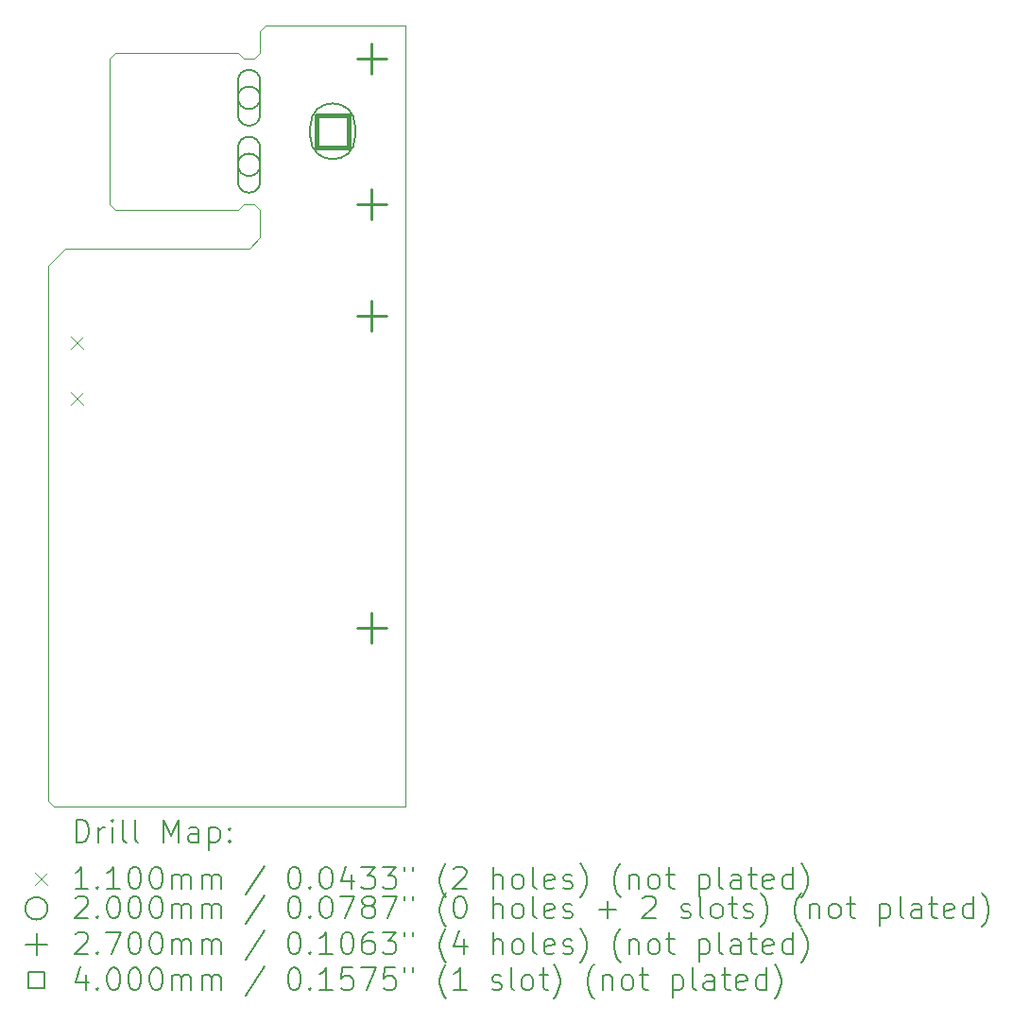
<source format=gbr>
%TF.GenerationSoftware,KiCad,Pcbnew,(6.0.10-0)*%
%TF.CreationDate,2024-06-01T19:56:06+09:00*%
%TF.ProjectId,AutoFeeder_Drum-type,4175746f-4665-4656-9465-725f4472756d,01*%
%TF.SameCoordinates,Original*%
%TF.FileFunction,Drillmap*%
%TF.FilePolarity,Positive*%
%FSLAX45Y45*%
G04 Gerber Fmt 4.5, Leading zero omitted, Abs format (unit mm)*
G04 Created by KiCad (PCBNEW (6.0.10-0)) date 2024-06-01 19:56:06*
%MOMM*%
%LPD*%
G01*
G04 APERTURE LIST*
%ADD10C,0.100000*%
%ADD11C,0.200000*%
%ADD12C,0.110000*%
%ADD13C,0.270000*%
%ADD14C,0.400000*%
G04 APERTURE END LIST*
D10*
X11250000Y-13950000D02*
X11250000Y-9150000D01*
X13100000Y-7300000D02*
X13000000Y-7300000D01*
X11250000Y-13950000D02*
X11300000Y-14000000D01*
X14450000Y-7000000D02*
X14450000Y-14000000D01*
X11850000Y-7250000D02*
X11800000Y-7300000D01*
X11250000Y-9150000D02*
X11400000Y-9000000D01*
X12950000Y-8650000D02*
X13000000Y-8600000D01*
X13150000Y-8900000D02*
X13050000Y-9000000D01*
X13150000Y-7250000D02*
X13100000Y-7300000D01*
X13150000Y-7250000D02*
X13150000Y-7050000D01*
X11850000Y-8650000D02*
X12950000Y-8650000D01*
X11800000Y-7300000D02*
X11800000Y-8600000D01*
X13000000Y-8600000D02*
X13100000Y-8600000D01*
X11400000Y-9000000D02*
X13050000Y-9000000D01*
X12950000Y-7250000D02*
X11850000Y-7250000D01*
X13150000Y-7050000D02*
X13200000Y-7000000D01*
X14450000Y-14000000D02*
X11300000Y-14000000D01*
X11800000Y-8600000D02*
X11850000Y-8650000D01*
X13200000Y-7000000D02*
X14450000Y-7000000D01*
X13100000Y-8600000D02*
X13150000Y-8650000D01*
X13150000Y-8650000D02*
X13150000Y-8900000D01*
X13000000Y-7300000D02*
X12950000Y-7250000D01*
D11*
D12*
X11456900Y-9791500D02*
X11566900Y-9901500D01*
X11566900Y-9791500D02*
X11456900Y-9901500D01*
X11456900Y-10291500D02*
X11566900Y-10401500D01*
X11566900Y-10291500D02*
X11456900Y-10401500D01*
D11*
X13150000Y-7650000D02*
G75*
G03*
X13150000Y-7650000I-100000J0D01*
G01*
X13150000Y-7800000D02*
X13150000Y-7500000D01*
X12950000Y-7800000D02*
X12950000Y-7500000D01*
X13150000Y-7500000D02*
G75*
G03*
X12950000Y-7500000I-100000J0D01*
G01*
X12950000Y-7800000D02*
G75*
G03*
X13150000Y-7800000I100000J0D01*
G01*
X13150000Y-8250000D02*
G75*
G03*
X13150000Y-8250000I-100000J0D01*
G01*
X13150000Y-8400000D02*
X13150000Y-8100000D01*
X12950000Y-8400000D02*
X12950000Y-8100000D01*
X13150000Y-8100000D02*
G75*
G03*
X12950000Y-8100000I-100000J0D01*
G01*
X12950000Y-8400000D02*
G75*
G03*
X13150000Y-8400000I100000J0D01*
G01*
D13*
X14150000Y-7165000D02*
X14150000Y-7435000D01*
X14015000Y-7300000D02*
X14285000Y-7300000D01*
X14150000Y-8465000D02*
X14150000Y-8735000D01*
X14015000Y-8600000D02*
X14285000Y-8600000D01*
X14150000Y-9465000D02*
X14150000Y-9735000D01*
X14015000Y-9600000D02*
X14285000Y-9600000D01*
X14150000Y-12265000D02*
X14150000Y-12535000D01*
X14015000Y-12400000D02*
X14285000Y-12400000D01*
D14*
X13941423Y-8091423D02*
X13941423Y-7808577D01*
X13658577Y-7808577D01*
X13658577Y-8091423D01*
X13941423Y-8091423D01*
D11*
X14000000Y-8000000D02*
X14000000Y-7900000D01*
X13600000Y-8000000D02*
X13600000Y-7900000D01*
X14000000Y-7900000D02*
G75*
G03*
X13600000Y-7900000I-200000J0D01*
G01*
X13600000Y-8000000D02*
G75*
G03*
X14000000Y-8000000I200000J0D01*
G01*
X11502619Y-14315476D02*
X11502619Y-14115476D01*
X11550238Y-14115476D01*
X11578809Y-14125000D01*
X11597857Y-14144048D01*
X11607381Y-14163095D01*
X11616905Y-14201190D01*
X11616905Y-14229762D01*
X11607381Y-14267857D01*
X11597857Y-14286905D01*
X11578809Y-14305952D01*
X11550238Y-14315476D01*
X11502619Y-14315476D01*
X11702619Y-14315476D02*
X11702619Y-14182143D01*
X11702619Y-14220238D02*
X11712143Y-14201190D01*
X11721667Y-14191667D01*
X11740714Y-14182143D01*
X11759762Y-14182143D01*
X11826428Y-14315476D02*
X11826428Y-14182143D01*
X11826428Y-14115476D02*
X11816905Y-14125000D01*
X11826428Y-14134524D01*
X11835952Y-14125000D01*
X11826428Y-14115476D01*
X11826428Y-14134524D01*
X11950238Y-14315476D02*
X11931190Y-14305952D01*
X11921667Y-14286905D01*
X11921667Y-14115476D01*
X12055000Y-14315476D02*
X12035952Y-14305952D01*
X12026428Y-14286905D01*
X12026428Y-14115476D01*
X12283571Y-14315476D02*
X12283571Y-14115476D01*
X12350238Y-14258333D01*
X12416905Y-14115476D01*
X12416905Y-14315476D01*
X12597857Y-14315476D02*
X12597857Y-14210714D01*
X12588333Y-14191667D01*
X12569286Y-14182143D01*
X12531190Y-14182143D01*
X12512143Y-14191667D01*
X12597857Y-14305952D02*
X12578809Y-14315476D01*
X12531190Y-14315476D01*
X12512143Y-14305952D01*
X12502619Y-14286905D01*
X12502619Y-14267857D01*
X12512143Y-14248809D01*
X12531190Y-14239286D01*
X12578809Y-14239286D01*
X12597857Y-14229762D01*
X12693095Y-14182143D02*
X12693095Y-14382143D01*
X12693095Y-14191667D02*
X12712143Y-14182143D01*
X12750238Y-14182143D01*
X12769286Y-14191667D01*
X12778809Y-14201190D01*
X12788333Y-14220238D01*
X12788333Y-14277381D01*
X12778809Y-14296428D01*
X12769286Y-14305952D01*
X12750238Y-14315476D01*
X12712143Y-14315476D01*
X12693095Y-14305952D01*
X12874048Y-14296428D02*
X12883571Y-14305952D01*
X12874048Y-14315476D01*
X12864524Y-14305952D01*
X12874048Y-14296428D01*
X12874048Y-14315476D01*
X12874048Y-14191667D02*
X12883571Y-14201190D01*
X12874048Y-14210714D01*
X12864524Y-14201190D01*
X12874048Y-14191667D01*
X12874048Y-14210714D01*
D12*
X11135000Y-14590000D02*
X11245000Y-14700000D01*
X11245000Y-14590000D02*
X11135000Y-14700000D01*
D11*
X11607381Y-14735476D02*
X11493095Y-14735476D01*
X11550238Y-14735476D02*
X11550238Y-14535476D01*
X11531190Y-14564048D01*
X11512143Y-14583095D01*
X11493095Y-14592619D01*
X11693095Y-14716428D02*
X11702619Y-14725952D01*
X11693095Y-14735476D01*
X11683571Y-14725952D01*
X11693095Y-14716428D01*
X11693095Y-14735476D01*
X11893095Y-14735476D02*
X11778809Y-14735476D01*
X11835952Y-14735476D02*
X11835952Y-14535476D01*
X11816905Y-14564048D01*
X11797857Y-14583095D01*
X11778809Y-14592619D01*
X12016905Y-14535476D02*
X12035952Y-14535476D01*
X12055000Y-14545000D01*
X12064524Y-14554524D01*
X12074048Y-14573571D01*
X12083571Y-14611667D01*
X12083571Y-14659286D01*
X12074048Y-14697381D01*
X12064524Y-14716428D01*
X12055000Y-14725952D01*
X12035952Y-14735476D01*
X12016905Y-14735476D01*
X11997857Y-14725952D01*
X11988333Y-14716428D01*
X11978809Y-14697381D01*
X11969286Y-14659286D01*
X11969286Y-14611667D01*
X11978809Y-14573571D01*
X11988333Y-14554524D01*
X11997857Y-14545000D01*
X12016905Y-14535476D01*
X12207381Y-14535476D02*
X12226428Y-14535476D01*
X12245476Y-14545000D01*
X12255000Y-14554524D01*
X12264524Y-14573571D01*
X12274048Y-14611667D01*
X12274048Y-14659286D01*
X12264524Y-14697381D01*
X12255000Y-14716428D01*
X12245476Y-14725952D01*
X12226428Y-14735476D01*
X12207381Y-14735476D01*
X12188333Y-14725952D01*
X12178809Y-14716428D01*
X12169286Y-14697381D01*
X12159762Y-14659286D01*
X12159762Y-14611667D01*
X12169286Y-14573571D01*
X12178809Y-14554524D01*
X12188333Y-14545000D01*
X12207381Y-14535476D01*
X12359762Y-14735476D02*
X12359762Y-14602143D01*
X12359762Y-14621190D02*
X12369286Y-14611667D01*
X12388333Y-14602143D01*
X12416905Y-14602143D01*
X12435952Y-14611667D01*
X12445476Y-14630714D01*
X12445476Y-14735476D01*
X12445476Y-14630714D02*
X12455000Y-14611667D01*
X12474048Y-14602143D01*
X12502619Y-14602143D01*
X12521667Y-14611667D01*
X12531190Y-14630714D01*
X12531190Y-14735476D01*
X12626428Y-14735476D02*
X12626428Y-14602143D01*
X12626428Y-14621190D02*
X12635952Y-14611667D01*
X12655000Y-14602143D01*
X12683571Y-14602143D01*
X12702619Y-14611667D01*
X12712143Y-14630714D01*
X12712143Y-14735476D01*
X12712143Y-14630714D02*
X12721667Y-14611667D01*
X12740714Y-14602143D01*
X12769286Y-14602143D01*
X12788333Y-14611667D01*
X12797857Y-14630714D01*
X12797857Y-14735476D01*
X13188333Y-14525952D02*
X13016905Y-14783095D01*
X13445476Y-14535476D02*
X13464524Y-14535476D01*
X13483571Y-14545000D01*
X13493095Y-14554524D01*
X13502619Y-14573571D01*
X13512143Y-14611667D01*
X13512143Y-14659286D01*
X13502619Y-14697381D01*
X13493095Y-14716428D01*
X13483571Y-14725952D01*
X13464524Y-14735476D01*
X13445476Y-14735476D01*
X13426428Y-14725952D01*
X13416905Y-14716428D01*
X13407381Y-14697381D01*
X13397857Y-14659286D01*
X13397857Y-14611667D01*
X13407381Y-14573571D01*
X13416905Y-14554524D01*
X13426428Y-14545000D01*
X13445476Y-14535476D01*
X13597857Y-14716428D02*
X13607381Y-14725952D01*
X13597857Y-14735476D01*
X13588333Y-14725952D01*
X13597857Y-14716428D01*
X13597857Y-14735476D01*
X13731190Y-14535476D02*
X13750238Y-14535476D01*
X13769286Y-14545000D01*
X13778809Y-14554524D01*
X13788333Y-14573571D01*
X13797857Y-14611667D01*
X13797857Y-14659286D01*
X13788333Y-14697381D01*
X13778809Y-14716428D01*
X13769286Y-14725952D01*
X13750238Y-14735476D01*
X13731190Y-14735476D01*
X13712143Y-14725952D01*
X13702619Y-14716428D01*
X13693095Y-14697381D01*
X13683571Y-14659286D01*
X13683571Y-14611667D01*
X13693095Y-14573571D01*
X13702619Y-14554524D01*
X13712143Y-14545000D01*
X13731190Y-14535476D01*
X13969286Y-14602143D02*
X13969286Y-14735476D01*
X13921667Y-14525952D02*
X13874048Y-14668809D01*
X13997857Y-14668809D01*
X14055000Y-14535476D02*
X14178809Y-14535476D01*
X14112143Y-14611667D01*
X14140714Y-14611667D01*
X14159762Y-14621190D01*
X14169286Y-14630714D01*
X14178809Y-14649762D01*
X14178809Y-14697381D01*
X14169286Y-14716428D01*
X14159762Y-14725952D01*
X14140714Y-14735476D01*
X14083571Y-14735476D01*
X14064524Y-14725952D01*
X14055000Y-14716428D01*
X14245476Y-14535476D02*
X14369286Y-14535476D01*
X14302619Y-14611667D01*
X14331190Y-14611667D01*
X14350238Y-14621190D01*
X14359762Y-14630714D01*
X14369286Y-14649762D01*
X14369286Y-14697381D01*
X14359762Y-14716428D01*
X14350238Y-14725952D01*
X14331190Y-14735476D01*
X14274048Y-14735476D01*
X14255000Y-14725952D01*
X14245476Y-14716428D01*
X14445476Y-14535476D02*
X14445476Y-14573571D01*
X14521667Y-14535476D02*
X14521667Y-14573571D01*
X14816905Y-14811667D02*
X14807381Y-14802143D01*
X14788333Y-14773571D01*
X14778809Y-14754524D01*
X14769286Y-14725952D01*
X14759762Y-14678333D01*
X14759762Y-14640238D01*
X14769286Y-14592619D01*
X14778809Y-14564048D01*
X14788333Y-14545000D01*
X14807381Y-14516428D01*
X14816905Y-14506905D01*
X14883571Y-14554524D02*
X14893095Y-14545000D01*
X14912143Y-14535476D01*
X14959762Y-14535476D01*
X14978809Y-14545000D01*
X14988333Y-14554524D01*
X14997857Y-14573571D01*
X14997857Y-14592619D01*
X14988333Y-14621190D01*
X14874048Y-14735476D01*
X14997857Y-14735476D01*
X15235952Y-14735476D02*
X15235952Y-14535476D01*
X15321667Y-14735476D02*
X15321667Y-14630714D01*
X15312143Y-14611667D01*
X15293095Y-14602143D01*
X15264524Y-14602143D01*
X15245476Y-14611667D01*
X15235952Y-14621190D01*
X15445476Y-14735476D02*
X15426428Y-14725952D01*
X15416905Y-14716428D01*
X15407381Y-14697381D01*
X15407381Y-14640238D01*
X15416905Y-14621190D01*
X15426428Y-14611667D01*
X15445476Y-14602143D01*
X15474048Y-14602143D01*
X15493095Y-14611667D01*
X15502619Y-14621190D01*
X15512143Y-14640238D01*
X15512143Y-14697381D01*
X15502619Y-14716428D01*
X15493095Y-14725952D01*
X15474048Y-14735476D01*
X15445476Y-14735476D01*
X15626428Y-14735476D02*
X15607381Y-14725952D01*
X15597857Y-14706905D01*
X15597857Y-14535476D01*
X15778809Y-14725952D02*
X15759762Y-14735476D01*
X15721667Y-14735476D01*
X15702619Y-14725952D01*
X15693095Y-14706905D01*
X15693095Y-14630714D01*
X15702619Y-14611667D01*
X15721667Y-14602143D01*
X15759762Y-14602143D01*
X15778809Y-14611667D01*
X15788333Y-14630714D01*
X15788333Y-14649762D01*
X15693095Y-14668809D01*
X15864524Y-14725952D02*
X15883571Y-14735476D01*
X15921667Y-14735476D01*
X15940714Y-14725952D01*
X15950238Y-14706905D01*
X15950238Y-14697381D01*
X15940714Y-14678333D01*
X15921667Y-14668809D01*
X15893095Y-14668809D01*
X15874048Y-14659286D01*
X15864524Y-14640238D01*
X15864524Y-14630714D01*
X15874048Y-14611667D01*
X15893095Y-14602143D01*
X15921667Y-14602143D01*
X15940714Y-14611667D01*
X16016905Y-14811667D02*
X16026428Y-14802143D01*
X16045476Y-14773571D01*
X16055000Y-14754524D01*
X16064524Y-14725952D01*
X16074048Y-14678333D01*
X16074048Y-14640238D01*
X16064524Y-14592619D01*
X16055000Y-14564048D01*
X16045476Y-14545000D01*
X16026428Y-14516428D01*
X16016905Y-14506905D01*
X16378809Y-14811667D02*
X16369286Y-14802143D01*
X16350238Y-14773571D01*
X16340714Y-14754524D01*
X16331190Y-14725952D01*
X16321667Y-14678333D01*
X16321667Y-14640238D01*
X16331190Y-14592619D01*
X16340714Y-14564048D01*
X16350238Y-14545000D01*
X16369286Y-14516428D01*
X16378809Y-14506905D01*
X16455000Y-14602143D02*
X16455000Y-14735476D01*
X16455000Y-14621190D02*
X16464524Y-14611667D01*
X16483571Y-14602143D01*
X16512143Y-14602143D01*
X16531190Y-14611667D01*
X16540714Y-14630714D01*
X16540714Y-14735476D01*
X16664524Y-14735476D02*
X16645476Y-14725952D01*
X16635952Y-14716428D01*
X16626428Y-14697381D01*
X16626428Y-14640238D01*
X16635952Y-14621190D01*
X16645476Y-14611667D01*
X16664524Y-14602143D01*
X16693095Y-14602143D01*
X16712143Y-14611667D01*
X16721667Y-14621190D01*
X16731190Y-14640238D01*
X16731190Y-14697381D01*
X16721667Y-14716428D01*
X16712143Y-14725952D01*
X16693095Y-14735476D01*
X16664524Y-14735476D01*
X16788333Y-14602143D02*
X16864524Y-14602143D01*
X16816905Y-14535476D02*
X16816905Y-14706905D01*
X16826429Y-14725952D01*
X16845476Y-14735476D01*
X16864524Y-14735476D01*
X17083571Y-14602143D02*
X17083571Y-14802143D01*
X17083571Y-14611667D02*
X17102619Y-14602143D01*
X17140714Y-14602143D01*
X17159762Y-14611667D01*
X17169286Y-14621190D01*
X17178810Y-14640238D01*
X17178810Y-14697381D01*
X17169286Y-14716428D01*
X17159762Y-14725952D01*
X17140714Y-14735476D01*
X17102619Y-14735476D01*
X17083571Y-14725952D01*
X17293095Y-14735476D02*
X17274048Y-14725952D01*
X17264524Y-14706905D01*
X17264524Y-14535476D01*
X17455000Y-14735476D02*
X17455000Y-14630714D01*
X17445476Y-14611667D01*
X17426429Y-14602143D01*
X17388333Y-14602143D01*
X17369286Y-14611667D01*
X17455000Y-14725952D02*
X17435952Y-14735476D01*
X17388333Y-14735476D01*
X17369286Y-14725952D01*
X17359762Y-14706905D01*
X17359762Y-14687857D01*
X17369286Y-14668809D01*
X17388333Y-14659286D01*
X17435952Y-14659286D01*
X17455000Y-14649762D01*
X17521667Y-14602143D02*
X17597857Y-14602143D01*
X17550238Y-14535476D02*
X17550238Y-14706905D01*
X17559762Y-14725952D01*
X17578810Y-14735476D01*
X17597857Y-14735476D01*
X17740714Y-14725952D02*
X17721667Y-14735476D01*
X17683571Y-14735476D01*
X17664524Y-14725952D01*
X17655000Y-14706905D01*
X17655000Y-14630714D01*
X17664524Y-14611667D01*
X17683571Y-14602143D01*
X17721667Y-14602143D01*
X17740714Y-14611667D01*
X17750238Y-14630714D01*
X17750238Y-14649762D01*
X17655000Y-14668809D01*
X17921667Y-14735476D02*
X17921667Y-14535476D01*
X17921667Y-14725952D02*
X17902619Y-14735476D01*
X17864524Y-14735476D01*
X17845476Y-14725952D01*
X17835952Y-14716428D01*
X17826429Y-14697381D01*
X17826429Y-14640238D01*
X17835952Y-14621190D01*
X17845476Y-14611667D01*
X17864524Y-14602143D01*
X17902619Y-14602143D01*
X17921667Y-14611667D01*
X17997857Y-14811667D02*
X18007381Y-14802143D01*
X18026429Y-14773571D01*
X18035952Y-14754524D01*
X18045476Y-14725952D01*
X18055000Y-14678333D01*
X18055000Y-14640238D01*
X18045476Y-14592619D01*
X18035952Y-14564048D01*
X18026429Y-14545000D01*
X18007381Y-14516428D01*
X17997857Y-14506905D01*
X11245000Y-14909000D02*
G75*
G03*
X11245000Y-14909000I-100000J0D01*
G01*
X11493095Y-14818524D02*
X11502619Y-14809000D01*
X11521667Y-14799476D01*
X11569286Y-14799476D01*
X11588333Y-14809000D01*
X11597857Y-14818524D01*
X11607381Y-14837571D01*
X11607381Y-14856619D01*
X11597857Y-14885190D01*
X11483571Y-14999476D01*
X11607381Y-14999476D01*
X11693095Y-14980428D02*
X11702619Y-14989952D01*
X11693095Y-14999476D01*
X11683571Y-14989952D01*
X11693095Y-14980428D01*
X11693095Y-14999476D01*
X11826428Y-14799476D02*
X11845476Y-14799476D01*
X11864524Y-14809000D01*
X11874048Y-14818524D01*
X11883571Y-14837571D01*
X11893095Y-14875667D01*
X11893095Y-14923286D01*
X11883571Y-14961381D01*
X11874048Y-14980428D01*
X11864524Y-14989952D01*
X11845476Y-14999476D01*
X11826428Y-14999476D01*
X11807381Y-14989952D01*
X11797857Y-14980428D01*
X11788333Y-14961381D01*
X11778809Y-14923286D01*
X11778809Y-14875667D01*
X11788333Y-14837571D01*
X11797857Y-14818524D01*
X11807381Y-14809000D01*
X11826428Y-14799476D01*
X12016905Y-14799476D02*
X12035952Y-14799476D01*
X12055000Y-14809000D01*
X12064524Y-14818524D01*
X12074048Y-14837571D01*
X12083571Y-14875667D01*
X12083571Y-14923286D01*
X12074048Y-14961381D01*
X12064524Y-14980428D01*
X12055000Y-14989952D01*
X12035952Y-14999476D01*
X12016905Y-14999476D01*
X11997857Y-14989952D01*
X11988333Y-14980428D01*
X11978809Y-14961381D01*
X11969286Y-14923286D01*
X11969286Y-14875667D01*
X11978809Y-14837571D01*
X11988333Y-14818524D01*
X11997857Y-14809000D01*
X12016905Y-14799476D01*
X12207381Y-14799476D02*
X12226428Y-14799476D01*
X12245476Y-14809000D01*
X12255000Y-14818524D01*
X12264524Y-14837571D01*
X12274048Y-14875667D01*
X12274048Y-14923286D01*
X12264524Y-14961381D01*
X12255000Y-14980428D01*
X12245476Y-14989952D01*
X12226428Y-14999476D01*
X12207381Y-14999476D01*
X12188333Y-14989952D01*
X12178809Y-14980428D01*
X12169286Y-14961381D01*
X12159762Y-14923286D01*
X12159762Y-14875667D01*
X12169286Y-14837571D01*
X12178809Y-14818524D01*
X12188333Y-14809000D01*
X12207381Y-14799476D01*
X12359762Y-14999476D02*
X12359762Y-14866143D01*
X12359762Y-14885190D02*
X12369286Y-14875667D01*
X12388333Y-14866143D01*
X12416905Y-14866143D01*
X12435952Y-14875667D01*
X12445476Y-14894714D01*
X12445476Y-14999476D01*
X12445476Y-14894714D02*
X12455000Y-14875667D01*
X12474048Y-14866143D01*
X12502619Y-14866143D01*
X12521667Y-14875667D01*
X12531190Y-14894714D01*
X12531190Y-14999476D01*
X12626428Y-14999476D02*
X12626428Y-14866143D01*
X12626428Y-14885190D02*
X12635952Y-14875667D01*
X12655000Y-14866143D01*
X12683571Y-14866143D01*
X12702619Y-14875667D01*
X12712143Y-14894714D01*
X12712143Y-14999476D01*
X12712143Y-14894714D02*
X12721667Y-14875667D01*
X12740714Y-14866143D01*
X12769286Y-14866143D01*
X12788333Y-14875667D01*
X12797857Y-14894714D01*
X12797857Y-14999476D01*
X13188333Y-14789952D02*
X13016905Y-15047095D01*
X13445476Y-14799476D02*
X13464524Y-14799476D01*
X13483571Y-14809000D01*
X13493095Y-14818524D01*
X13502619Y-14837571D01*
X13512143Y-14875667D01*
X13512143Y-14923286D01*
X13502619Y-14961381D01*
X13493095Y-14980428D01*
X13483571Y-14989952D01*
X13464524Y-14999476D01*
X13445476Y-14999476D01*
X13426428Y-14989952D01*
X13416905Y-14980428D01*
X13407381Y-14961381D01*
X13397857Y-14923286D01*
X13397857Y-14875667D01*
X13407381Y-14837571D01*
X13416905Y-14818524D01*
X13426428Y-14809000D01*
X13445476Y-14799476D01*
X13597857Y-14980428D02*
X13607381Y-14989952D01*
X13597857Y-14999476D01*
X13588333Y-14989952D01*
X13597857Y-14980428D01*
X13597857Y-14999476D01*
X13731190Y-14799476D02*
X13750238Y-14799476D01*
X13769286Y-14809000D01*
X13778809Y-14818524D01*
X13788333Y-14837571D01*
X13797857Y-14875667D01*
X13797857Y-14923286D01*
X13788333Y-14961381D01*
X13778809Y-14980428D01*
X13769286Y-14989952D01*
X13750238Y-14999476D01*
X13731190Y-14999476D01*
X13712143Y-14989952D01*
X13702619Y-14980428D01*
X13693095Y-14961381D01*
X13683571Y-14923286D01*
X13683571Y-14875667D01*
X13693095Y-14837571D01*
X13702619Y-14818524D01*
X13712143Y-14809000D01*
X13731190Y-14799476D01*
X13864524Y-14799476D02*
X13997857Y-14799476D01*
X13912143Y-14999476D01*
X14102619Y-14885190D02*
X14083571Y-14875667D01*
X14074048Y-14866143D01*
X14064524Y-14847095D01*
X14064524Y-14837571D01*
X14074048Y-14818524D01*
X14083571Y-14809000D01*
X14102619Y-14799476D01*
X14140714Y-14799476D01*
X14159762Y-14809000D01*
X14169286Y-14818524D01*
X14178809Y-14837571D01*
X14178809Y-14847095D01*
X14169286Y-14866143D01*
X14159762Y-14875667D01*
X14140714Y-14885190D01*
X14102619Y-14885190D01*
X14083571Y-14894714D01*
X14074048Y-14904238D01*
X14064524Y-14923286D01*
X14064524Y-14961381D01*
X14074048Y-14980428D01*
X14083571Y-14989952D01*
X14102619Y-14999476D01*
X14140714Y-14999476D01*
X14159762Y-14989952D01*
X14169286Y-14980428D01*
X14178809Y-14961381D01*
X14178809Y-14923286D01*
X14169286Y-14904238D01*
X14159762Y-14894714D01*
X14140714Y-14885190D01*
X14245476Y-14799476D02*
X14378809Y-14799476D01*
X14293095Y-14999476D01*
X14445476Y-14799476D02*
X14445476Y-14837571D01*
X14521667Y-14799476D02*
X14521667Y-14837571D01*
X14816905Y-15075667D02*
X14807381Y-15066143D01*
X14788333Y-15037571D01*
X14778809Y-15018524D01*
X14769286Y-14989952D01*
X14759762Y-14942333D01*
X14759762Y-14904238D01*
X14769286Y-14856619D01*
X14778809Y-14828048D01*
X14788333Y-14809000D01*
X14807381Y-14780428D01*
X14816905Y-14770905D01*
X14931190Y-14799476D02*
X14950238Y-14799476D01*
X14969286Y-14809000D01*
X14978809Y-14818524D01*
X14988333Y-14837571D01*
X14997857Y-14875667D01*
X14997857Y-14923286D01*
X14988333Y-14961381D01*
X14978809Y-14980428D01*
X14969286Y-14989952D01*
X14950238Y-14999476D01*
X14931190Y-14999476D01*
X14912143Y-14989952D01*
X14902619Y-14980428D01*
X14893095Y-14961381D01*
X14883571Y-14923286D01*
X14883571Y-14875667D01*
X14893095Y-14837571D01*
X14902619Y-14818524D01*
X14912143Y-14809000D01*
X14931190Y-14799476D01*
X15235952Y-14999476D02*
X15235952Y-14799476D01*
X15321667Y-14999476D02*
X15321667Y-14894714D01*
X15312143Y-14875667D01*
X15293095Y-14866143D01*
X15264524Y-14866143D01*
X15245476Y-14875667D01*
X15235952Y-14885190D01*
X15445476Y-14999476D02*
X15426428Y-14989952D01*
X15416905Y-14980428D01*
X15407381Y-14961381D01*
X15407381Y-14904238D01*
X15416905Y-14885190D01*
X15426428Y-14875667D01*
X15445476Y-14866143D01*
X15474048Y-14866143D01*
X15493095Y-14875667D01*
X15502619Y-14885190D01*
X15512143Y-14904238D01*
X15512143Y-14961381D01*
X15502619Y-14980428D01*
X15493095Y-14989952D01*
X15474048Y-14999476D01*
X15445476Y-14999476D01*
X15626428Y-14999476D02*
X15607381Y-14989952D01*
X15597857Y-14970905D01*
X15597857Y-14799476D01*
X15778809Y-14989952D02*
X15759762Y-14999476D01*
X15721667Y-14999476D01*
X15702619Y-14989952D01*
X15693095Y-14970905D01*
X15693095Y-14894714D01*
X15702619Y-14875667D01*
X15721667Y-14866143D01*
X15759762Y-14866143D01*
X15778809Y-14875667D01*
X15788333Y-14894714D01*
X15788333Y-14913762D01*
X15693095Y-14932809D01*
X15864524Y-14989952D02*
X15883571Y-14999476D01*
X15921667Y-14999476D01*
X15940714Y-14989952D01*
X15950238Y-14970905D01*
X15950238Y-14961381D01*
X15940714Y-14942333D01*
X15921667Y-14932809D01*
X15893095Y-14932809D01*
X15874048Y-14923286D01*
X15864524Y-14904238D01*
X15864524Y-14894714D01*
X15874048Y-14875667D01*
X15893095Y-14866143D01*
X15921667Y-14866143D01*
X15940714Y-14875667D01*
X16188333Y-14923286D02*
X16340714Y-14923286D01*
X16264524Y-14999476D02*
X16264524Y-14847095D01*
X16578809Y-14818524D02*
X16588333Y-14809000D01*
X16607381Y-14799476D01*
X16655000Y-14799476D01*
X16674048Y-14809000D01*
X16683571Y-14818524D01*
X16693095Y-14837571D01*
X16693095Y-14856619D01*
X16683571Y-14885190D01*
X16569286Y-14999476D01*
X16693095Y-14999476D01*
X16921667Y-14989952D02*
X16940714Y-14999476D01*
X16978810Y-14999476D01*
X16997857Y-14989952D01*
X17007381Y-14970905D01*
X17007381Y-14961381D01*
X16997857Y-14942333D01*
X16978810Y-14932809D01*
X16950238Y-14932809D01*
X16931190Y-14923286D01*
X16921667Y-14904238D01*
X16921667Y-14894714D01*
X16931190Y-14875667D01*
X16950238Y-14866143D01*
X16978810Y-14866143D01*
X16997857Y-14875667D01*
X17121667Y-14999476D02*
X17102619Y-14989952D01*
X17093095Y-14970905D01*
X17093095Y-14799476D01*
X17226429Y-14999476D02*
X17207381Y-14989952D01*
X17197857Y-14980428D01*
X17188333Y-14961381D01*
X17188333Y-14904238D01*
X17197857Y-14885190D01*
X17207381Y-14875667D01*
X17226429Y-14866143D01*
X17255000Y-14866143D01*
X17274048Y-14875667D01*
X17283571Y-14885190D01*
X17293095Y-14904238D01*
X17293095Y-14961381D01*
X17283571Y-14980428D01*
X17274048Y-14989952D01*
X17255000Y-14999476D01*
X17226429Y-14999476D01*
X17350238Y-14866143D02*
X17426429Y-14866143D01*
X17378810Y-14799476D02*
X17378810Y-14970905D01*
X17388333Y-14989952D01*
X17407381Y-14999476D01*
X17426429Y-14999476D01*
X17483571Y-14989952D02*
X17502619Y-14999476D01*
X17540714Y-14999476D01*
X17559762Y-14989952D01*
X17569286Y-14970905D01*
X17569286Y-14961381D01*
X17559762Y-14942333D01*
X17540714Y-14932809D01*
X17512143Y-14932809D01*
X17493095Y-14923286D01*
X17483571Y-14904238D01*
X17483571Y-14894714D01*
X17493095Y-14875667D01*
X17512143Y-14866143D01*
X17540714Y-14866143D01*
X17559762Y-14875667D01*
X17635952Y-15075667D02*
X17645476Y-15066143D01*
X17664524Y-15037571D01*
X17674048Y-15018524D01*
X17683571Y-14989952D01*
X17693095Y-14942333D01*
X17693095Y-14904238D01*
X17683571Y-14856619D01*
X17674048Y-14828048D01*
X17664524Y-14809000D01*
X17645476Y-14780428D01*
X17635952Y-14770905D01*
X17997857Y-15075667D02*
X17988333Y-15066143D01*
X17969286Y-15037571D01*
X17959762Y-15018524D01*
X17950238Y-14989952D01*
X17940714Y-14942333D01*
X17940714Y-14904238D01*
X17950238Y-14856619D01*
X17959762Y-14828048D01*
X17969286Y-14809000D01*
X17988333Y-14780428D01*
X17997857Y-14770905D01*
X18074048Y-14866143D02*
X18074048Y-14999476D01*
X18074048Y-14885190D02*
X18083571Y-14875667D01*
X18102619Y-14866143D01*
X18131190Y-14866143D01*
X18150238Y-14875667D01*
X18159762Y-14894714D01*
X18159762Y-14999476D01*
X18283571Y-14999476D02*
X18264524Y-14989952D01*
X18255000Y-14980428D01*
X18245476Y-14961381D01*
X18245476Y-14904238D01*
X18255000Y-14885190D01*
X18264524Y-14875667D01*
X18283571Y-14866143D01*
X18312143Y-14866143D01*
X18331190Y-14875667D01*
X18340714Y-14885190D01*
X18350238Y-14904238D01*
X18350238Y-14961381D01*
X18340714Y-14980428D01*
X18331190Y-14989952D01*
X18312143Y-14999476D01*
X18283571Y-14999476D01*
X18407381Y-14866143D02*
X18483571Y-14866143D01*
X18435952Y-14799476D02*
X18435952Y-14970905D01*
X18445476Y-14989952D01*
X18464524Y-14999476D01*
X18483571Y-14999476D01*
X18702619Y-14866143D02*
X18702619Y-15066143D01*
X18702619Y-14875667D02*
X18721667Y-14866143D01*
X18759762Y-14866143D01*
X18778810Y-14875667D01*
X18788333Y-14885190D01*
X18797857Y-14904238D01*
X18797857Y-14961381D01*
X18788333Y-14980428D01*
X18778810Y-14989952D01*
X18759762Y-14999476D01*
X18721667Y-14999476D01*
X18702619Y-14989952D01*
X18912143Y-14999476D02*
X18893095Y-14989952D01*
X18883571Y-14970905D01*
X18883571Y-14799476D01*
X19074048Y-14999476D02*
X19074048Y-14894714D01*
X19064524Y-14875667D01*
X19045476Y-14866143D01*
X19007381Y-14866143D01*
X18988333Y-14875667D01*
X19074048Y-14989952D02*
X19055000Y-14999476D01*
X19007381Y-14999476D01*
X18988333Y-14989952D01*
X18978810Y-14970905D01*
X18978810Y-14951857D01*
X18988333Y-14932809D01*
X19007381Y-14923286D01*
X19055000Y-14923286D01*
X19074048Y-14913762D01*
X19140714Y-14866143D02*
X19216905Y-14866143D01*
X19169286Y-14799476D02*
X19169286Y-14970905D01*
X19178810Y-14989952D01*
X19197857Y-14999476D01*
X19216905Y-14999476D01*
X19359762Y-14989952D02*
X19340714Y-14999476D01*
X19302619Y-14999476D01*
X19283571Y-14989952D01*
X19274048Y-14970905D01*
X19274048Y-14894714D01*
X19283571Y-14875667D01*
X19302619Y-14866143D01*
X19340714Y-14866143D01*
X19359762Y-14875667D01*
X19369286Y-14894714D01*
X19369286Y-14913762D01*
X19274048Y-14932809D01*
X19540714Y-14999476D02*
X19540714Y-14799476D01*
X19540714Y-14989952D02*
X19521667Y-14999476D01*
X19483571Y-14999476D01*
X19464524Y-14989952D01*
X19455000Y-14980428D01*
X19445476Y-14961381D01*
X19445476Y-14904238D01*
X19455000Y-14885190D01*
X19464524Y-14875667D01*
X19483571Y-14866143D01*
X19521667Y-14866143D01*
X19540714Y-14875667D01*
X19616905Y-15075667D02*
X19626429Y-15066143D01*
X19645476Y-15037571D01*
X19655000Y-15018524D01*
X19664524Y-14989952D01*
X19674048Y-14942333D01*
X19674048Y-14904238D01*
X19664524Y-14856619D01*
X19655000Y-14828048D01*
X19645476Y-14809000D01*
X19626429Y-14780428D01*
X19616905Y-14770905D01*
X11145000Y-15129000D02*
X11145000Y-15329000D01*
X11045000Y-15229000D02*
X11245000Y-15229000D01*
X11493095Y-15138524D02*
X11502619Y-15129000D01*
X11521667Y-15119476D01*
X11569286Y-15119476D01*
X11588333Y-15129000D01*
X11597857Y-15138524D01*
X11607381Y-15157571D01*
X11607381Y-15176619D01*
X11597857Y-15205190D01*
X11483571Y-15319476D01*
X11607381Y-15319476D01*
X11693095Y-15300428D02*
X11702619Y-15309952D01*
X11693095Y-15319476D01*
X11683571Y-15309952D01*
X11693095Y-15300428D01*
X11693095Y-15319476D01*
X11769286Y-15119476D02*
X11902619Y-15119476D01*
X11816905Y-15319476D01*
X12016905Y-15119476D02*
X12035952Y-15119476D01*
X12055000Y-15129000D01*
X12064524Y-15138524D01*
X12074048Y-15157571D01*
X12083571Y-15195667D01*
X12083571Y-15243286D01*
X12074048Y-15281381D01*
X12064524Y-15300428D01*
X12055000Y-15309952D01*
X12035952Y-15319476D01*
X12016905Y-15319476D01*
X11997857Y-15309952D01*
X11988333Y-15300428D01*
X11978809Y-15281381D01*
X11969286Y-15243286D01*
X11969286Y-15195667D01*
X11978809Y-15157571D01*
X11988333Y-15138524D01*
X11997857Y-15129000D01*
X12016905Y-15119476D01*
X12207381Y-15119476D02*
X12226428Y-15119476D01*
X12245476Y-15129000D01*
X12255000Y-15138524D01*
X12264524Y-15157571D01*
X12274048Y-15195667D01*
X12274048Y-15243286D01*
X12264524Y-15281381D01*
X12255000Y-15300428D01*
X12245476Y-15309952D01*
X12226428Y-15319476D01*
X12207381Y-15319476D01*
X12188333Y-15309952D01*
X12178809Y-15300428D01*
X12169286Y-15281381D01*
X12159762Y-15243286D01*
X12159762Y-15195667D01*
X12169286Y-15157571D01*
X12178809Y-15138524D01*
X12188333Y-15129000D01*
X12207381Y-15119476D01*
X12359762Y-15319476D02*
X12359762Y-15186143D01*
X12359762Y-15205190D02*
X12369286Y-15195667D01*
X12388333Y-15186143D01*
X12416905Y-15186143D01*
X12435952Y-15195667D01*
X12445476Y-15214714D01*
X12445476Y-15319476D01*
X12445476Y-15214714D02*
X12455000Y-15195667D01*
X12474048Y-15186143D01*
X12502619Y-15186143D01*
X12521667Y-15195667D01*
X12531190Y-15214714D01*
X12531190Y-15319476D01*
X12626428Y-15319476D02*
X12626428Y-15186143D01*
X12626428Y-15205190D02*
X12635952Y-15195667D01*
X12655000Y-15186143D01*
X12683571Y-15186143D01*
X12702619Y-15195667D01*
X12712143Y-15214714D01*
X12712143Y-15319476D01*
X12712143Y-15214714D02*
X12721667Y-15195667D01*
X12740714Y-15186143D01*
X12769286Y-15186143D01*
X12788333Y-15195667D01*
X12797857Y-15214714D01*
X12797857Y-15319476D01*
X13188333Y-15109952D02*
X13016905Y-15367095D01*
X13445476Y-15119476D02*
X13464524Y-15119476D01*
X13483571Y-15129000D01*
X13493095Y-15138524D01*
X13502619Y-15157571D01*
X13512143Y-15195667D01*
X13512143Y-15243286D01*
X13502619Y-15281381D01*
X13493095Y-15300428D01*
X13483571Y-15309952D01*
X13464524Y-15319476D01*
X13445476Y-15319476D01*
X13426428Y-15309952D01*
X13416905Y-15300428D01*
X13407381Y-15281381D01*
X13397857Y-15243286D01*
X13397857Y-15195667D01*
X13407381Y-15157571D01*
X13416905Y-15138524D01*
X13426428Y-15129000D01*
X13445476Y-15119476D01*
X13597857Y-15300428D02*
X13607381Y-15309952D01*
X13597857Y-15319476D01*
X13588333Y-15309952D01*
X13597857Y-15300428D01*
X13597857Y-15319476D01*
X13797857Y-15319476D02*
X13683571Y-15319476D01*
X13740714Y-15319476D02*
X13740714Y-15119476D01*
X13721667Y-15148048D01*
X13702619Y-15167095D01*
X13683571Y-15176619D01*
X13921667Y-15119476D02*
X13940714Y-15119476D01*
X13959762Y-15129000D01*
X13969286Y-15138524D01*
X13978809Y-15157571D01*
X13988333Y-15195667D01*
X13988333Y-15243286D01*
X13978809Y-15281381D01*
X13969286Y-15300428D01*
X13959762Y-15309952D01*
X13940714Y-15319476D01*
X13921667Y-15319476D01*
X13902619Y-15309952D01*
X13893095Y-15300428D01*
X13883571Y-15281381D01*
X13874048Y-15243286D01*
X13874048Y-15195667D01*
X13883571Y-15157571D01*
X13893095Y-15138524D01*
X13902619Y-15129000D01*
X13921667Y-15119476D01*
X14159762Y-15119476D02*
X14121667Y-15119476D01*
X14102619Y-15129000D01*
X14093095Y-15138524D01*
X14074048Y-15167095D01*
X14064524Y-15205190D01*
X14064524Y-15281381D01*
X14074048Y-15300428D01*
X14083571Y-15309952D01*
X14102619Y-15319476D01*
X14140714Y-15319476D01*
X14159762Y-15309952D01*
X14169286Y-15300428D01*
X14178809Y-15281381D01*
X14178809Y-15233762D01*
X14169286Y-15214714D01*
X14159762Y-15205190D01*
X14140714Y-15195667D01*
X14102619Y-15195667D01*
X14083571Y-15205190D01*
X14074048Y-15214714D01*
X14064524Y-15233762D01*
X14245476Y-15119476D02*
X14369286Y-15119476D01*
X14302619Y-15195667D01*
X14331190Y-15195667D01*
X14350238Y-15205190D01*
X14359762Y-15214714D01*
X14369286Y-15233762D01*
X14369286Y-15281381D01*
X14359762Y-15300428D01*
X14350238Y-15309952D01*
X14331190Y-15319476D01*
X14274048Y-15319476D01*
X14255000Y-15309952D01*
X14245476Y-15300428D01*
X14445476Y-15119476D02*
X14445476Y-15157571D01*
X14521667Y-15119476D02*
X14521667Y-15157571D01*
X14816905Y-15395667D02*
X14807381Y-15386143D01*
X14788333Y-15357571D01*
X14778809Y-15338524D01*
X14769286Y-15309952D01*
X14759762Y-15262333D01*
X14759762Y-15224238D01*
X14769286Y-15176619D01*
X14778809Y-15148048D01*
X14788333Y-15129000D01*
X14807381Y-15100428D01*
X14816905Y-15090905D01*
X14978809Y-15186143D02*
X14978809Y-15319476D01*
X14931190Y-15109952D02*
X14883571Y-15252809D01*
X15007381Y-15252809D01*
X15235952Y-15319476D02*
X15235952Y-15119476D01*
X15321667Y-15319476D02*
X15321667Y-15214714D01*
X15312143Y-15195667D01*
X15293095Y-15186143D01*
X15264524Y-15186143D01*
X15245476Y-15195667D01*
X15235952Y-15205190D01*
X15445476Y-15319476D02*
X15426428Y-15309952D01*
X15416905Y-15300428D01*
X15407381Y-15281381D01*
X15407381Y-15224238D01*
X15416905Y-15205190D01*
X15426428Y-15195667D01*
X15445476Y-15186143D01*
X15474048Y-15186143D01*
X15493095Y-15195667D01*
X15502619Y-15205190D01*
X15512143Y-15224238D01*
X15512143Y-15281381D01*
X15502619Y-15300428D01*
X15493095Y-15309952D01*
X15474048Y-15319476D01*
X15445476Y-15319476D01*
X15626428Y-15319476D02*
X15607381Y-15309952D01*
X15597857Y-15290905D01*
X15597857Y-15119476D01*
X15778809Y-15309952D02*
X15759762Y-15319476D01*
X15721667Y-15319476D01*
X15702619Y-15309952D01*
X15693095Y-15290905D01*
X15693095Y-15214714D01*
X15702619Y-15195667D01*
X15721667Y-15186143D01*
X15759762Y-15186143D01*
X15778809Y-15195667D01*
X15788333Y-15214714D01*
X15788333Y-15233762D01*
X15693095Y-15252809D01*
X15864524Y-15309952D02*
X15883571Y-15319476D01*
X15921667Y-15319476D01*
X15940714Y-15309952D01*
X15950238Y-15290905D01*
X15950238Y-15281381D01*
X15940714Y-15262333D01*
X15921667Y-15252809D01*
X15893095Y-15252809D01*
X15874048Y-15243286D01*
X15864524Y-15224238D01*
X15864524Y-15214714D01*
X15874048Y-15195667D01*
X15893095Y-15186143D01*
X15921667Y-15186143D01*
X15940714Y-15195667D01*
X16016905Y-15395667D02*
X16026428Y-15386143D01*
X16045476Y-15357571D01*
X16055000Y-15338524D01*
X16064524Y-15309952D01*
X16074048Y-15262333D01*
X16074048Y-15224238D01*
X16064524Y-15176619D01*
X16055000Y-15148048D01*
X16045476Y-15129000D01*
X16026428Y-15100428D01*
X16016905Y-15090905D01*
X16378809Y-15395667D02*
X16369286Y-15386143D01*
X16350238Y-15357571D01*
X16340714Y-15338524D01*
X16331190Y-15309952D01*
X16321667Y-15262333D01*
X16321667Y-15224238D01*
X16331190Y-15176619D01*
X16340714Y-15148048D01*
X16350238Y-15129000D01*
X16369286Y-15100428D01*
X16378809Y-15090905D01*
X16455000Y-15186143D02*
X16455000Y-15319476D01*
X16455000Y-15205190D02*
X16464524Y-15195667D01*
X16483571Y-15186143D01*
X16512143Y-15186143D01*
X16531190Y-15195667D01*
X16540714Y-15214714D01*
X16540714Y-15319476D01*
X16664524Y-15319476D02*
X16645476Y-15309952D01*
X16635952Y-15300428D01*
X16626428Y-15281381D01*
X16626428Y-15224238D01*
X16635952Y-15205190D01*
X16645476Y-15195667D01*
X16664524Y-15186143D01*
X16693095Y-15186143D01*
X16712143Y-15195667D01*
X16721667Y-15205190D01*
X16731190Y-15224238D01*
X16731190Y-15281381D01*
X16721667Y-15300428D01*
X16712143Y-15309952D01*
X16693095Y-15319476D01*
X16664524Y-15319476D01*
X16788333Y-15186143D02*
X16864524Y-15186143D01*
X16816905Y-15119476D02*
X16816905Y-15290905D01*
X16826429Y-15309952D01*
X16845476Y-15319476D01*
X16864524Y-15319476D01*
X17083571Y-15186143D02*
X17083571Y-15386143D01*
X17083571Y-15195667D02*
X17102619Y-15186143D01*
X17140714Y-15186143D01*
X17159762Y-15195667D01*
X17169286Y-15205190D01*
X17178810Y-15224238D01*
X17178810Y-15281381D01*
X17169286Y-15300428D01*
X17159762Y-15309952D01*
X17140714Y-15319476D01*
X17102619Y-15319476D01*
X17083571Y-15309952D01*
X17293095Y-15319476D02*
X17274048Y-15309952D01*
X17264524Y-15290905D01*
X17264524Y-15119476D01*
X17455000Y-15319476D02*
X17455000Y-15214714D01*
X17445476Y-15195667D01*
X17426429Y-15186143D01*
X17388333Y-15186143D01*
X17369286Y-15195667D01*
X17455000Y-15309952D02*
X17435952Y-15319476D01*
X17388333Y-15319476D01*
X17369286Y-15309952D01*
X17359762Y-15290905D01*
X17359762Y-15271857D01*
X17369286Y-15252809D01*
X17388333Y-15243286D01*
X17435952Y-15243286D01*
X17455000Y-15233762D01*
X17521667Y-15186143D02*
X17597857Y-15186143D01*
X17550238Y-15119476D02*
X17550238Y-15290905D01*
X17559762Y-15309952D01*
X17578810Y-15319476D01*
X17597857Y-15319476D01*
X17740714Y-15309952D02*
X17721667Y-15319476D01*
X17683571Y-15319476D01*
X17664524Y-15309952D01*
X17655000Y-15290905D01*
X17655000Y-15214714D01*
X17664524Y-15195667D01*
X17683571Y-15186143D01*
X17721667Y-15186143D01*
X17740714Y-15195667D01*
X17750238Y-15214714D01*
X17750238Y-15233762D01*
X17655000Y-15252809D01*
X17921667Y-15319476D02*
X17921667Y-15119476D01*
X17921667Y-15309952D02*
X17902619Y-15319476D01*
X17864524Y-15319476D01*
X17845476Y-15309952D01*
X17835952Y-15300428D01*
X17826429Y-15281381D01*
X17826429Y-15224238D01*
X17835952Y-15205190D01*
X17845476Y-15195667D01*
X17864524Y-15186143D01*
X17902619Y-15186143D01*
X17921667Y-15195667D01*
X17997857Y-15395667D02*
X18007381Y-15386143D01*
X18026429Y-15357571D01*
X18035952Y-15338524D01*
X18045476Y-15309952D01*
X18055000Y-15262333D01*
X18055000Y-15224238D01*
X18045476Y-15176619D01*
X18035952Y-15148048D01*
X18026429Y-15129000D01*
X18007381Y-15100428D01*
X17997857Y-15090905D01*
X11215711Y-15619711D02*
X11215711Y-15478289D01*
X11074289Y-15478289D01*
X11074289Y-15619711D01*
X11215711Y-15619711D01*
X11588333Y-15506143D02*
X11588333Y-15639476D01*
X11540714Y-15429952D02*
X11493095Y-15572809D01*
X11616905Y-15572809D01*
X11693095Y-15620428D02*
X11702619Y-15629952D01*
X11693095Y-15639476D01*
X11683571Y-15629952D01*
X11693095Y-15620428D01*
X11693095Y-15639476D01*
X11826428Y-15439476D02*
X11845476Y-15439476D01*
X11864524Y-15449000D01*
X11874048Y-15458524D01*
X11883571Y-15477571D01*
X11893095Y-15515667D01*
X11893095Y-15563286D01*
X11883571Y-15601381D01*
X11874048Y-15620428D01*
X11864524Y-15629952D01*
X11845476Y-15639476D01*
X11826428Y-15639476D01*
X11807381Y-15629952D01*
X11797857Y-15620428D01*
X11788333Y-15601381D01*
X11778809Y-15563286D01*
X11778809Y-15515667D01*
X11788333Y-15477571D01*
X11797857Y-15458524D01*
X11807381Y-15449000D01*
X11826428Y-15439476D01*
X12016905Y-15439476D02*
X12035952Y-15439476D01*
X12055000Y-15449000D01*
X12064524Y-15458524D01*
X12074048Y-15477571D01*
X12083571Y-15515667D01*
X12083571Y-15563286D01*
X12074048Y-15601381D01*
X12064524Y-15620428D01*
X12055000Y-15629952D01*
X12035952Y-15639476D01*
X12016905Y-15639476D01*
X11997857Y-15629952D01*
X11988333Y-15620428D01*
X11978809Y-15601381D01*
X11969286Y-15563286D01*
X11969286Y-15515667D01*
X11978809Y-15477571D01*
X11988333Y-15458524D01*
X11997857Y-15449000D01*
X12016905Y-15439476D01*
X12207381Y-15439476D02*
X12226428Y-15439476D01*
X12245476Y-15449000D01*
X12255000Y-15458524D01*
X12264524Y-15477571D01*
X12274048Y-15515667D01*
X12274048Y-15563286D01*
X12264524Y-15601381D01*
X12255000Y-15620428D01*
X12245476Y-15629952D01*
X12226428Y-15639476D01*
X12207381Y-15639476D01*
X12188333Y-15629952D01*
X12178809Y-15620428D01*
X12169286Y-15601381D01*
X12159762Y-15563286D01*
X12159762Y-15515667D01*
X12169286Y-15477571D01*
X12178809Y-15458524D01*
X12188333Y-15449000D01*
X12207381Y-15439476D01*
X12359762Y-15639476D02*
X12359762Y-15506143D01*
X12359762Y-15525190D02*
X12369286Y-15515667D01*
X12388333Y-15506143D01*
X12416905Y-15506143D01*
X12435952Y-15515667D01*
X12445476Y-15534714D01*
X12445476Y-15639476D01*
X12445476Y-15534714D02*
X12455000Y-15515667D01*
X12474048Y-15506143D01*
X12502619Y-15506143D01*
X12521667Y-15515667D01*
X12531190Y-15534714D01*
X12531190Y-15639476D01*
X12626428Y-15639476D02*
X12626428Y-15506143D01*
X12626428Y-15525190D02*
X12635952Y-15515667D01*
X12655000Y-15506143D01*
X12683571Y-15506143D01*
X12702619Y-15515667D01*
X12712143Y-15534714D01*
X12712143Y-15639476D01*
X12712143Y-15534714D02*
X12721667Y-15515667D01*
X12740714Y-15506143D01*
X12769286Y-15506143D01*
X12788333Y-15515667D01*
X12797857Y-15534714D01*
X12797857Y-15639476D01*
X13188333Y-15429952D02*
X13016905Y-15687095D01*
X13445476Y-15439476D02*
X13464524Y-15439476D01*
X13483571Y-15449000D01*
X13493095Y-15458524D01*
X13502619Y-15477571D01*
X13512143Y-15515667D01*
X13512143Y-15563286D01*
X13502619Y-15601381D01*
X13493095Y-15620428D01*
X13483571Y-15629952D01*
X13464524Y-15639476D01*
X13445476Y-15639476D01*
X13426428Y-15629952D01*
X13416905Y-15620428D01*
X13407381Y-15601381D01*
X13397857Y-15563286D01*
X13397857Y-15515667D01*
X13407381Y-15477571D01*
X13416905Y-15458524D01*
X13426428Y-15449000D01*
X13445476Y-15439476D01*
X13597857Y-15620428D02*
X13607381Y-15629952D01*
X13597857Y-15639476D01*
X13588333Y-15629952D01*
X13597857Y-15620428D01*
X13597857Y-15639476D01*
X13797857Y-15639476D02*
X13683571Y-15639476D01*
X13740714Y-15639476D02*
X13740714Y-15439476D01*
X13721667Y-15468048D01*
X13702619Y-15487095D01*
X13683571Y-15496619D01*
X13978809Y-15439476D02*
X13883571Y-15439476D01*
X13874048Y-15534714D01*
X13883571Y-15525190D01*
X13902619Y-15515667D01*
X13950238Y-15515667D01*
X13969286Y-15525190D01*
X13978809Y-15534714D01*
X13988333Y-15553762D01*
X13988333Y-15601381D01*
X13978809Y-15620428D01*
X13969286Y-15629952D01*
X13950238Y-15639476D01*
X13902619Y-15639476D01*
X13883571Y-15629952D01*
X13874048Y-15620428D01*
X14055000Y-15439476D02*
X14188333Y-15439476D01*
X14102619Y-15639476D01*
X14359762Y-15439476D02*
X14264524Y-15439476D01*
X14255000Y-15534714D01*
X14264524Y-15525190D01*
X14283571Y-15515667D01*
X14331190Y-15515667D01*
X14350238Y-15525190D01*
X14359762Y-15534714D01*
X14369286Y-15553762D01*
X14369286Y-15601381D01*
X14359762Y-15620428D01*
X14350238Y-15629952D01*
X14331190Y-15639476D01*
X14283571Y-15639476D01*
X14264524Y-15629952D01*
X14255000Y-15620428D01*
X14445476Y-15439476D02*
X14445476Y-15477571D01*
X14521667Y-15439476D02*
X14521667Y-15477571D01*
X14816905Y-15715667D02*
X14807381Y-15706143D01*
X14788333Y-15677571D01*
X14778809Y-15658524D01*
X14769286Y-15629952D01*
X14759762Y-15582333D01*
X14759762Y-15544238D01*
X14769286Y-15496619D01*
X14778809Y-15468048D01*
X14788333Y-15449000D01*
X14807381Y-15420428D01*
X14816905Y-15410905D01*
X14997857Y-15639476D02*
X14883571Y-15639476D01*
X14940714Y-15639476D02*
X14940714Y-15439476D01*
X14921667Y-15468048D01*
X14902619Y-15487095D01*
X14883571Y-15496619D01*
X15226428Y-15629952D02*
X15245476Y-15639476D01*
X15283571Y-15639476D01*
X15302619Y-15629952D01*
X15312143Y-15610905D01*
X15312143Y-15601381D01*
X15302619Y-15582333D01*
X15283571Y-15572809D01*
X15255000Y-15572809D01*
X15235952Y-15563286D01*
X15226428Y-15544238D01*
X15226428Y-15534714D01*
X15235952Y-15515667D01*
X15255000Y-15506143D01*
X15283571Y-15506143D01*
X15302619Y-15515667D01*
X15426428Y-15639476D02*
X15407381Y-15629952D01*
X15397857Y-15610905D01*
X15397857Y-15439476D01*
X15531190Y-15639476D02*
X15512143Y-15629952D01*
X15502619Y-15620428D01*
X15493095Y-15601381D01*
X15493095Y-15544238D01*
X15502619Y-15525190D01*
X15512143Y-15515667D01*
X15531190Y-15506143D01*
X15559762Y-15506143D01*
X15578809Y-15515667D01*
X15588333Y-15525190D01*
X15597857Y-15544238D01*
X15597857Y-15601381D01*
X15588333Y-15620428D01*
X15578809Y-15629952D01*
X15559762Y-15639476D01*
X15531190Y-15639476D01*
X15655000Y-15506143D02*
X15731190Y-15506143D01*
X15683571Y-15439476D02*
X15683571Y-15610905D01*
X15693095Y-15629952D01*
X15712143Y-15639476D01*
X15731190Y-15639476D01*
X15778809Y-15715667D02*
X15788333Y-15706143D01*
X15807381Y-15677571D01*
X15816905Y-15658524D01*
X15826428Y-15629952D01*
X15835952Y-15582333D01*
X15835952Y-15544238D01*
X15826428Y-15496619D01*
X15816905Y-15468048D01*
X15807381Y-15449000D01*
X15788333Y-15420428D01*
X15778809Y-15410905D01*
X16140714Y-15715667D02*
X16131190Y-15706143D01*
X16112143Y-15677571D01*
X16102619Y-15658524D01*
X16093095Y-15629952D01*
X16083571Y-15582333D01*
X16083571Y-15544238D01*
X16093095Y-15496619D01*
X16102619Y-15468048D01*
X16112143Y-15449000D01*
X16131190Y-15420428D01*
X16140714Y-15410905D01*
X16216905Y-15506143D02*
X16216905Y-15639476D01*
X16216905Y-15525190D02*
X16226428Y-15515667D01*
X16245476Y-15506143D01*
X16274048Y-15506143D01*
X16293095Y-15515667D01*
X16302619Y-15534714D01*
X16302619Y-15639476D01*
X16426428Y-15639476D02*
X16407381Y-15629952D01*
X16397857Y-15620428D01*
X16388333Y-15601381D01*
X16388333Y-15544238D01*
X16397857Y-15525190D01*
X16407381Y-15515667D01*
X16426428Y-15506143D01*
X16455000Y-15506143D01*
X16474048Y-15515667D01*
X16483571Y-15525190D01*
X16493095Y-15544238D01*
X16493095Y-15601381D01*
X16483571Y-15620428D01*
X16474048Y-15629952D01*
X16455000Y-15639476D01*
X16426428Y-15639476D01*
X16550238Y-15506143D02*
X16626428Y-15506143D01*
X16578809Y-15439476D02*
X16578809Y-15610905D01*
X16588333Y-15629952D01*
X16607381Y-15639476D01*
X16626428Y-15639476D01*
X16845476Y-15506143D02*
X16845476Y-15706143D01*
X16845476Y-15515667D02*
X16864524Y-15506143D01*
X16902619Y-15506143D01*
X16921667Y-15515667D01*
X16931190Y-15525190D01*
X16940714Y-15544238D01*
X16940714Y-15601381D01*
X16931190Y-15620428D01*
X16921667Y-15629952D01*
X16902619Y-15639476D01*
X16864524Y-15639476D01*
X16845476Y-15629952D01*
X17055000Y-15639476D02*
X17035952Y-15629952D01*
X17026429Y-15610905D01*
X17026429Y-15439476D01*
X17216905Y-15639476D02*
X17216905Y-15534714D01*
X17207381Y-15515667D01*
X17188333Y-15506143D01*
X17150238Y-15506143D01*
X17131190Y-15515667D01*
X17216905Y-15629952D02*
X17197857Y-15639476D01*
X17150238Y-15639476D01*
X17131190Y-15629952D01*
X17121667Y-15610905D01*
X17121667Y-15591857D01*
X17131190Y-15572809D01*
X17150238Y-15563286D01*
X17197857Y-15563286D01*
X17216905Y-15553762D01*
X17283571Y-15506143D02*
X17359762Y-15506143D01*
X17312143Y-15439476D02*
X17312143Y-15610905D01*
X17321667Y-15629952D01*
X17340714Y-15639476D01*
X17359762Y-15639476D01*
X17502619Y-15629952D02*
X17483571Y-15639476D01*
X17445476Y-15639476D01*
X17426429Y-15629952D01*
X17416905Y-15610905D01*
X17416905Y-15534714D01*
X17426429Y-15515667D01*
X17445476Y-15506143D01*
X17483571Y-15506143D01*
X17502619Y-15515667D01*
X17512143Y-15534714D01*
X17512143Y-15553762D01*
X17416905Y-15572809D01*
X17683571Y-15639476D02*
X17683571Y-15439476D01*
X17683571Y-15629952D02*
X17664524Y-15639476D01*
X17626429Y-15639476D01*
X17607381Y-15629952D01*
X17597857Y-15620428D01*
X17588333Y-15601381D01*
X17588333Y-15544238D01*
X17597857Y-15525190D01*
X17607381Y-15515667D01*
X17626429Y-15506143D01*
X17664524Y-15506143D01*
X17683571Y-15515667D01*
X17759762Y-15715667D02*
X17769286Y-15706143D01*
X17788333Y-15677571D01*
X17797857Y-15658524D01*
X17807381Y-15629952D01*
X17816905Y-15582333D01*
X17816905Y-15544238D01*
X17807381Y-15496619D01*
X17797857Y-15468048D01*
X17788333Y-15449000D01*
X17769286Y-15420428D01*
X17759762Y-15410905D01*
M02*

</source>
